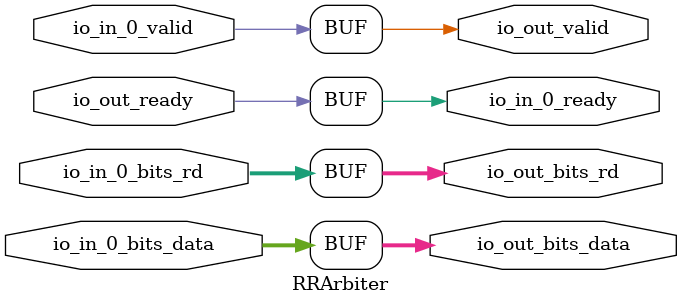
<source format=sv>
module RRArbiter(	// @[src/main/scala/chisel3/util/Arbiter.scala:118:7]
  output        io_in_0_ready,	// @[src/main/scala/chisel3/util/Arbiter.scala:52:14]
  input         io_in_0_valid,	// @[src/main/scala/chisel3/util/Arbiter.scala:52:14]
  input  [4:0]  io_in_0_bits_rd,	// @[src/main/scala/chisel3/util/Arbiter.scala:52:14]
  input  [63:0] io_in_0_bits_data,	// @[src/main/scala/chisel3/util/Arbiter.scala:52:14]
  input         io_out_ready,	// @[src/main/scala/chisel3/util/Arbiter.scala:52:14]
  output        io_out_valid,	// @[src/main/scala/chisel3/util/Arbiter.scala:52:14]
  output [4:0]  io_out_bits_rd,	// @[src/main/scala/chisel3/util/Arbiter.scala:52:14]
  output [63:0] io_out_bits_data	// @[src/main/scala/chisel3/util/Arbiter.scala:52:14]
);

  assign io_in_0_ready = io_out_ready;	// @[src/main/scala/chisel3/util/Arbiter.scala:118:7]
  assign io_out_valid = io_in_0_valid;	// @[src/main/scala/chisel3/util/Arbiter.scala:118:7]
  assign io_out_bits_rd = io_in_0_bits_rd;	// @[src/main/scala/chisel3/util/Arbiter.scala:118:7]
  assign io_out_bits_data = io_in_0_bits_data;	// @[src/main/scala/chisel3/util/Arbiter.scala:118:7]
endmodule


</source>
